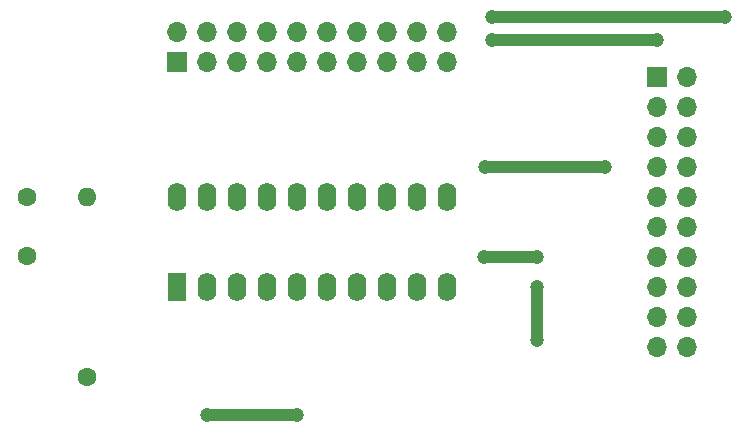
<source format=gbr>
%TF.GenerationSoftware,KiCad,Pcbnew,5.0.2-bee76a0~70~ubuntu18.04.1*%
%TF.CreationDate,2020-11-23T14:52:47+01:00*%
%TF.ProjectId,Carte_L298,43617274-655f-44c3-9239-382e6b696361,rev?*%
%TF.SameCoordinates,Original*%
%TF.FileFunction,Copper,L1,Top*%
%TF.FilePolarity,Positive*%
%FSLAX46Y46*%
G04 Gerber Fmt 4.6, Leading zero omitted, Abs format (unit mm)*
G04 Created by KiCad (PCBNEW 5.0.2-bee76a0~70~ubuntu18.04.1) date lun. 23 nov. 2020 14:52:47 CET*
%MOMM*%
%LPD*%
G01*
G04 APERTURE LIST*
%TA.AperFunction,ComponentPad*%
%ADD10C,1.600000*%
%TD*%
%TA.AperFunction,ComponentPad*%
%ADD11O,1.600000X1.600000*%
%TD*%
%TA.AperFunction,ComponentPad*%
%ADD12R,1.700000X1.700000*%
%TD*%
%TA.AperFunction,ComponentPad*%
%ADD13O,1.700000X1.700000*%
%TD*%
%TA.AperFunction,ComponentPad*%
%ADD14R,1.600000X2.400000*%
%TD*%
%TA.AperFunction,ComponentPad*%
%ADD15O,1.600000X2.400000*%
%TD*%
%TA.AperFunction,ViaPad*%
%ADD16C,1.200000*%
%TD*%
%TA.AperFunction,Conductor*%
%ADD17C,1.000000*%
%TD*%
G04 APERTURE END LIST*
D10*
%TO.P,R3,1*%
%TO.N,5V_C*%
X78105000Y-93345000D03*
D11*
%TO.P,R3,2*%
%TO.N,Net-(C1-Pad1)*%
X78105000Y-78105000D03*
%TD*%
D12*
%TO.P,J5,1*%
%TO.N,SenseA_C*%
X126365000Y-67945000D03*
D13*
%TO.P,J5,2*%
X128905000Y-67945000D03*
%TO.P,J5,3*%
%TO.N,IN1_C*%
X126365000Y-70485000D03*
%TO.P,J5,4*%
X128905000Y-70485000D03*
%TO.P,J5,5*%
%TO.N,EnA_C*%
X126365000Y-73025000D03*
%TO.P,J5,6*%
X128905000Y-73025000D03*
%TO.P,J5,7*%
%TO.N,IN2_C*%
X126365000Y-75565000D03*
%TO.P,J5,8*%
X128905000Y-75565000D03*
%TO.P,J5,9*%
%TO.N,GND_C*%
X126365000Y-78105000D03*
%TO.P,J5,10*%
X128905000Y-78105000D03*
%TO.P,J5,11*%
%TO.N,5V_C*%
X126365000Y-80645000D03*
%TO.P,J5,12*%
X128905000Y-80645000D03*
%TO.P,J5,13*%
%TO.N,IN3_C*%
X126365000Y-83185000D03*
%TO.P,J5,14*%
X128905000Y-83185000D03*
%TO.P,J5,15*%
%TO.N,EnB_C*%
X126365000Y-85725000D03*
%TO.P,J5,16*%
X128905000Y-85725000D03*
%TO.P,J5,17*%
%TO.N,IN4_C*%
X126365000Y-88265000D03*
%TO.P,J5,18*%
X128905000Y-88265000D03*
%TO.P,J5,19*%
%TO.N,SenseB_C*%
X126365000Y-90805000D03*
%TO.P,J5,20*%
X128905000Y-90805000D03*
%TD*%
%TO.P,J4,20*%
%TO.N,SenseB_C*%
X108585000Y-64135000D03*
%TO.P,J4,19*%
%TO.N,SenseA_C*%
X108585000Y-66675000D03*
%TO.P,J4,18*%
%TO.N,ENABLE*%
X106045000Y-64135000D03*
%TO.P,J4,17*%
X106045000Y-66675000D03*
%TO.P,J4,16*%
%TO.N,CONTROL*%
X103505000Y-64135000D03*
%TO.P,J4,15*%
X103505000Y-66675000D03*
%TO.P,J4,14*%
%TO.N,5V_C*%
X100965000Y-64135000D03*
%TO.P,J4,13*%
X100965000Y-66675000D03*
%TO.P,J4,12*%
%TO.N,GND_C*%
X98425000Y-64135000D03*
%TO.P,J4,11*%
X98425000Y-66675000D03*
%TO.P,J4,10*%
%TO.N,VREF_C*%
X95885000Y-64135000D03*
%TO.P,J4,9*%
X95885000Y-66675000D03*
%TO.P,J4,8*%
%TO.N,CW*%
X93345000Y-64135000D03*
%TO.P,J4,7*%
X93345000Y-66675000D03*
%TO.P,J4,6*%
%TO.N,CLOCK*%
X90805000Y-64135000D03*
%TO.P,J4,5*%
X90805000Y-66675000D03*
%TO.P,J4,4*%
%TO.N,HALF*%
X88265000Y-64135000D03*
%TO.P,J4,3*%
X88265000Y-66675000D03*
%TO.P,J4,2*%
%TO.N,RESET*%
X85725000Y-64135000D03*
D12*
%TO.P,J4,1*%
X85725000Y-66675000D03*
%TD*%
D14*
%TO.P,U2,1*%
%TO.N,Net-(U2-Pad1)*%
X85725000Y-85725000D03*
D15*
%TO.P,U2,11*%
%TO.N,CONTROL*%
X108585000Y-78105000D03*
%TO.P,U2,2*%
%TO.N,GND_C*%
X88265000Y-85725000D03*
%TO.P,U2,12*%
%TO.N,5V_C*%
X106045000Y-78105000D03*
%TO.P,U2,3*%
%TO.N,Net-(U2-Pad3)*%
X90805000Y-85725000D03*
%TO.P,U2,13*%
%TO.N,GND_C*%
X103505000Y-78105000D03*
%TO.P,U2,4*%
%TO.N,IN1_C*%
X93345000Y-85725000D03*
%TO.P,U2,14*%
%TO.N,GND_C*%
X100965000Y-78105000D03*
%TO.P,U2,5*%
%TO.N,EnA_C*%
X95885000Y-85725000D03*
%TO.P,U2,15*%
%TO.N,VREF_C*%
X98425000Y-78105000D03*
%TO.P,U2,6*%
%TO.N,IN2_C*%
X98425000Y-85725000D03*
%TO.P,U2,16*%
%TO.N,Net-(C1-Pad1)*%
X95885000Y-78105000D03*
%TO.P,U2,7*%
%TO.N,IN3_C*%
X100965000Y-85725000D03*
%TO.P,U2,17*%
%TO.N,CW*%
X93345000Y-78105000D03*
%TO.P,U2,8*%
%TO.N,EnB_C*%
X103505000Y-85725000D03*
%TO.P,U2,18*%
%TO.N,CLOCK*%
X90805000Y-78105000D03*
%TO.P,U2,9*%
%TO.N,IN4_C*%
X106045000Y-85725000D03*
%TO.P,U2,19*%
%TO.N,HALF*%
X88265000Y-78105000D03*
%TO.P,U2,10*%
%TO.N,ENABLE*%
X108585000Y-85725000D03*
%TO.P,U2,20*%
%TO.N,RESET*%
X85725000Y-78105000D03*
%TD*%
D10*
%TO.P,C1,1*%
%TO.N,Net-(C1-Pad1)*%
X73025000Y-78105000D03*
%TO.P,C1,2*%
%TO.N,GND_C*%
X73025000Y-83105000D03*
%TD*%
D16*
%TO.N,SenseB_C*%
X132080000Y-62865000D03*
X112395000Y-62865000D03*
%TO.N,SenseA_C*%
X126365000Y-64770004D03*
X112394996Y-64770004D03*
%TO.N,EnA_C*%
X88265000Y-96520000D03*
X95885000Y-96520000D03*
%TO.N,IN2_C*%
X111760000Y-75565000D03*
X121920000Y-75565000D03*
%TO.N,IN3_C*%
X116205000Y-83185000D03*
X111729990Y-83185000D03*
%TO.N,EnB_C*%
X116205000Y-90170000D03*
X116205004Y-85725000D03*
%TD*%
D17*
%TO.N,SenseB_C*%
X112395000Y-62865000D02*
X132080000Y-62865000D01*
%TO.N,SenseA_C*%
X112394996Y-64770004D02*
X126365000Y-64770004D01*
%TO.N,EnA_C*%
X95885000Y-96520000D02*
X88265000Y-96520000D01*
%TO.N,IN2_C*%
X111760000Y-75565000D02*
X121920000Y-75565000D01*
%TO.N,IN3_C*%
X111729990Y-83185000D02*
X116205000Y-83185000D01*
%TO.N,EnB_C*%
X116205004Y-85725000D02*
X116205004Y-90169996D01*
X116205004Y-90169996D02*
X116205000Y-90170000D01*
%TD*%
M02*

</source>
